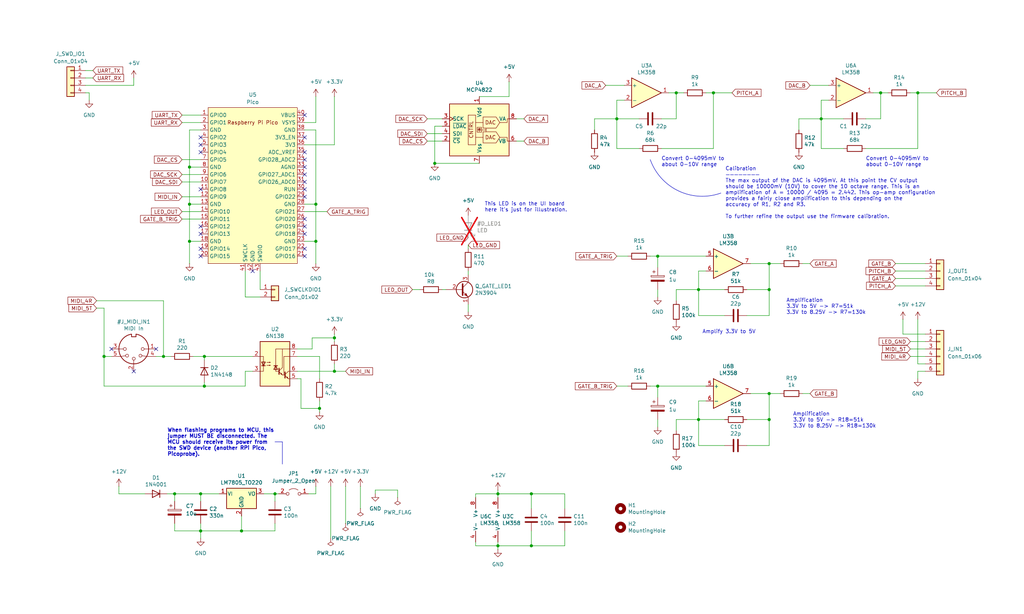
<source format=kicad_sch>
(kicad_sch (version 20231120) (generator "eeschema") (generator_version "8.0")
  (paper "User" 350 210)
  (junction (at 224.79 132.08))
  (junction (at 313.69 31.75))
  (junction (at 64.77 57.15))
  (junction (at 170.18 168.91))
  (junction (at 262.89 90.17))
  (junction (at 238.76 143.51))
  (junction (at 93.98 168.91))
  (junction (at 231.14 31.75))
  (junction (at 238.76 99.06))
  (junction (at 262.89 134.62))
  (junction (at 243.84 31.75))
  (junction (at 300.99 31.75))
  (junction (at 64.77 69.85))
  (junction (at 68.58 168.91))
  (junction (at 181.61 186.69))
  (junction (at 107.95 69.85))
  (junction (at 148.59 55.88))
  (junction (at 210.82 40.64))
  (junction (at 262.89 99.06))
  (junction (at 109.22 139.7))
  (junction (at 280.67 40.64))
  (junction (at 82.55 181.61))
  (junction (at 69.85 132.08))
  (junction (at 35.56 121.92))
  (junction (at 68.58 181.61))
  (junction (at 107.95 82.55))
  (junction (at 262.89 143.51))
  (junction (at 59.69 168.91))
  (junction (at 114.3 115.57))
  (junction (at 69.85 121.92))
  (junction (at 170.18 186.69))
  (junction (at 181.61 168.91))
  (junction (at 224.79 87.63))
  (junction (at 64.77 82.55))
  (junction (at 55.88 121.92))
  (junction (at 114.3 127))
  (no_connect (at 104.14 54.61))
  (no_connect (at 68.58 85.09))
  (no_connect (at 68.58 46.99))
  (no_connect (at 68.58 87.63))
  (no_connect (at 38.1 119.38))
  (no_connect (at 104.14 80.01))
  (no_connect (at 104.14 52.07))
  (no_connect (at 104.14 64.77))
  (no_connect (at 68.58 64.77))
  (no_connect (at 104.14 39.37))
  (no_connect (at 86.36 92.71))
  (no_connect (at 104.14 77.47))
  (no_connect (at 104.14 59.69))
  (no_connect (at 104.14 46.99))
  (no_connect (at 104.14 87.63))
  (no_connect (at 104.14 62.23))
  (no_connect (at 104.14 85.09))
  (no_connect (at 104.14 57.15))
  (no_connect (at 104.14 67.31))
  (no_connect (at 104.14 74.93))
  (no_connect (at 45.72 127))
  (no_connect (at 53.34 119.38))
  (no_connect (at 68.58 80.01))
  (no_connect (at 68.58 52.07))
  (no_connect (at 68.58 49.53))
  (no_connect (at 68.58 77.47))
  (wire (pts (xy 30.48 34.29) (xy 30.48 31.75)))
  (wire (pts (xy 107.95 44.45) (xy 104.14 44.45)))
  (wire (pts (xy 313.69 50.8) (xy 313.69 31.75)))
  (wire (pts (xy 68.58 181.61) (xy 82.55 181.61)))
  (wire (pts (xy 224.79 143.51) (xy 224.79 146.05)))
  (wire (pts (xy 88.9 101.6) (xy 83.82 101.6)))
  (wire (pts (xy 53.34 121.92) (xy 55.88 121.92)))
  (wire (pts (xy 313.69 127) (xy 313.69 129.54)))
  (wire (pts (xy 316.23 127) (xy 313.69 127)))
  (wire (pts (xy 59.69 171.45) (xy 59.69 168.91)))
  (wire (pts (xy 224.79 87.63) (xy 241.3 87.63)))
  (wire (pts (xy 148.59 43.18) (xy 148.59 55.88)))
  (wire (pts (xy 243.84 31.75) (xy 250.19 31.75)))
  (wire (pts (xy 262.89 99.06) (xy 262.89 90.17)))
  (wire (pts (xy 276.86 29.21) (xy 283.21 29.21)))
  (wire (pts (xy 146.05 48.26) (xy 151.13 48.26)))
  (wire (pts (xy 29.21 26.67) (xy 31.75 26.67)))
  (wire (pts (xy 238.76 152.4) (xy 238.76 143.51)))
  (wire (pts (xy 243.84 50.8) (xy 243.84 31.75)))
  (wire (pts (xy 104.14 69.85) (xy 107.95 69.85)))
  (wire (pts (xy 62.23 39.37) (xy 68.58 39.37)))
  (wire (pts (xy 280.67 40.64) (xy 273.05 40.64)))
  (wire (pts (xy 128.27 167.64) (xy 135.89 167.64)))
  (wire (pts (xy 55.88 121.92) (xy 58.42 121.92)))
  (wire (pts (xy 146.05 40.64) (xy 151.13 40.64)))
  (wire (pts (xy 62.23 74.93) (xy 68.58 74.93)))
  (wire (pts (xy 298.45 31.75) (xy 300.99 31.75)))
  (wire (pts (xy 107.95 33.02) (xy 107.95 41.91)))
  (wire (pts (xy 59.69 179.07) (xy 59.69 181.61)))
  (wire (pts (xy 193.04 173.99) (xy 193.04 168.91)))
  (wire (pts (xy 262.89 90.17) (xy 266.7 90.17)))
  (polyline (pts (xy 96.52 151.13) (xy 96.52 158.75)))
  (wire (pts (xy 106.68 115.57) (xy 114.3 115.57)))
  (wire (pts (xy 106.68 119.38) (xy 106.68 115.57)))
  (wire (pts (xy 160.02 92.71) (xy 160.02 93.98)))
  (wire (pts (xy 93.98 181.61) (xy 93.98 179.07)))
  (wire (pts (xy 262.89 143.51) (xy 262.89 134.62)))
  (wire (pts (xy 262.89 107.95) (xy 262.89 99.06)))
  (wire (pts (xy 238.76 143.51) (xy 231.14 143.51)))
  (wire (pts (xy 306.07 92.71) (xy 316.23 92.71)))
  (wire (pts (xy 313.69 124.46) (xy 316.23 124.46)))
  (wire (pts (xy 68.58 168.91) (xy 74.93 168.91)))
  (wire (pts (xy 107.95 166.37) (xy 107.95 168.91)))
  (wire (pts (xy 33.02 102.87) (xy 55.88 102.87)))
  (wire (pts (xy 82.55 181.61) (xy 93.98 181.61)))
  (wire (pts (xy 306.07 95.25) (xy 316.23 95.25)))
  (wire (pts (xy 213.36 34.29) (xy 210.82 34.29)))
  (wire (pts (xy 238.76 107.95) (xy 238.76 99.06)))
  (wire (pts (xy 247.65 143.51) (xy 238.76 143.51)))
  (wire (pts (xy 109.22 140.97) (xy 109.22 139.7)))
  (wire (pts (xy 193.04 186.69) (xy 181.61 186.69)))
  (wire (pts (xy 238.76 99.06) (xy 231.14 99.06)))
  (wire (pts (xy 241.3 92.71) (xy 238.76 92.71)))
  (wire (pts (xy 224.79 132.08) (xy 224.79 135.89)))
  (wire (pts (xy 55.88 102.87) (xy 55.88 121.92)))
  (wire (pts (xy 313.69 109.22) (xy 313.69 124.46)))
  (wire (pts (xy 162.56 168.91) (xy 170.18 168.91)))
  (wire (pts (xy 226.06 40.64) (xy 231.14 40.64)))
  (wire (pts (xy 68.58 57.15) (xy 64.77 57.15)))
  (wire (pts (xy 68.58 69.85) (xy 64.77 69.85)))
  (wire (pts (xy 135.89 167.64) (xy 135.89 170.18)))
  (wire (pts (xy 151.13 99.06) (xy 152.4 99.06)))
  (wire (pts (xy 276.86 90.17) (xy 274.32 90.17)))
  (wire (pts (xy 59.69 168.91) (xy 68.58 168.91)))
  (wire (pts (xy 241.3 137.16) (xy 238.76 137.16)))
  (wire (pts (xy 210.82 40.64) (xy 210.82 50.8)))
  (wire (pts (xy 238.76 137.16) (xy 238.76 143.51)))
  (wire (pts (xy 35.56 105.41) (xy 35.56 121.92)))
  (wire (pts (xy 107.95 90.17) (xy 107.95 82.55)))
  (wire (pts (xy 295.91 50.8) (xy 313.69 50.8)))
  (wire (pts (xy 255.27 99.06) (xy 262.89 99.06)))
  (wire (pts (xy 64.77 69.85) (xy 64.77 57.15)))
  (wire (pts (xy 101.6 119.38) (xy 106.68 119.38)))
  (wire (pts (xy 173.99 27.94) (xy 173.99 33.02)))
  (wire (pts (xy 93.98 168.91) (xy 93.98 171.45)))
  (wire (pts (xy 83.82 101.6) (xy 83.82 92.71)))
  (wire (pts (xy 231.14 99.06) (xy 231.14 102.87)))
  (wire (pts (xy 102.87 129.54) (xy 102.87 139.7)))
  (wire (pts (xy 114.3 127) (xy 114.3 124.46)))
  (wire (pts (xy 101.6 127) (xy 114.3 127)))
  (wire (pts (xy 238.76 92.71) (xy 238.76 99.06)))
  (wire (pts (xy 118.11 127) (xy 114.3 127)))
  (wire (pts (xy 64.77 57.15) (xy 64.77 44.45)))
  (wire (pts (xy 224.79 87.63) (xy 224.79 91.44)))
  (wire (pts (xy 231.14 31.75) (xy 233.68 31.75)))
  (wire (pts (xy 224.79 99.06) (xy 224.79 101.6)))
  (wire (pts (xy 62.23 67.31) (xy 68.58 67.31)))
  (wire (pts (xy 57.15 168.91) (xy 59.69 168.91)))
  (wire (pts (xy 210.82 50.8) (xy 218.44 50.8)))
  (wire (pts (xy 66.04 121.92) (xy 69.85 121.92)))
  (wire (pts (xy 83.82 132.08) (xy 83.82 127)))
  (wire (pts (xy 170.18 168.91) (xy 181.61 168.91)))
  (wire (pts (xy 101.6 129.54) (xy 102.87 129.54)))
  (wire (pts (xy 203.2 40.64) (xy 203.2 44.45)))
  (wire (pts (xy 64.77 82.55) (xy 64.77 69.85)))
  (wire (pts (xy 256.54 90.17) (xy 262.89 90.17)))
  (wire (pts (xy 170.18 167.64) (xy 170.18 168.91)))
  (wire (pts (xy 151.13 43.18) (xy 148.59 43.18)))
  (wire (pts (xy 162.56 170.18) (xy 162.56 168.91)))
  (wire (pts (xy 193.04 181.61) (xy 193.04 186.69)))
  (wire (pts (xy 262.89 134.62) (xy 266.7 134.62)))
  (wire (pts (xy 170.18 168.91) (xy 170.18 170.18)))
  (wire (pts (xy 29.21 24.13) (xy 31.75 24.13)))
  (wire (pts (xy 102.87 139.7) (xy 109.22 139.7)))
  (wire (pts (xy 300.99 31.75) (xy 303.53 31.75)))
  (wire (pts (xy 173.99 33.02) (xy 163.83 33.02)))
  (wire (pts (xy 280.67 40.64) (xy 280.67 50.8)))
  (wire (pts (xy 162.56 185.42) (xy 162.56 186.69)))
  (wire (pts (xy 311.15 119.38) (xy 316.23 119.38)))
  (wire (pts (xy 68.58 82.55) (xy 64.77 82.55)))
  (wire (pts (xy 104.14 41.91) (xy 107.95 41.91)))
  (wire (pts (xy 83.82 127) (xy 86.36 127)))
  (wire (pts (xy 308.61 109.22) (xy 308.61 114.3)))
  (wire (pts (xy 306.07 90.17) (xy 316.23 90.17)))
  (wire (pts (xy 114.3 115.57) (xy 114.3 116.84)))
  (wire (pts (xy 64.77 44.45) (xy 68.58 44.45)))
  (wire (pts (xy 140.97 99.06) (xy 143.51 99.06)))
  (wire (pts (xy 45.72 26.67) (xy 45.72 29.21)))
  (wire (pts (xy 35.56 132.08) (xy 69.85 132.08)))
  (wire (pts (xy 181.61 168.91) (xy 181.61 173.99)))
  (wire (pts (xy 207.01 29.21) (xy 213.36 29.21)))
  (wire (pts (xy 300.99 40.64) (xy 300.99 31.75)))
  (wire (pts (xy 30.48 31.75) (xy 29.21 31.75)))
  (wire (pts (xy 210.82 87.63) (xy 214.63 87.63)))
  (wire (pts (xy 280.67 34.29) (xy 280.67 40.64)))
  (wire (pts (xy 222.25 87.63) (xy 224.79 87.63)))
  (wire (pts (xy 107.95 82.55) (xy 107.95 69.85)))
  (wire (pts (xy 35.56 105.41) (xy 33.02 105.41)))
  (wire (pts (xy 181.61 181.61) (xy 181.61 186.69)))
  (wire (pts (xy 68.58 184.15) (xy 68.58 181.61)))
  (wire (pts (xy 35.56 121.92) (xy 35.56 132.08)))
  (wire (pts (xy 231.14 143.51) (xy 231.14 147.32)))
  (wire (pts (xy 222.25 132.08) (xy 224.79 132.08)))
  (wire (pts (xy 113.03 166.37) (xy 113.03 184.15)))
  (wire (pts (xy 276.86 134.62) (xy 274.32 134.62)))
  (wire (pts (xy 69.85 132.08) (xy 69.85 130.81)))
  (wire (pts (xy 273.05 40.64) (xy 273.05 44.45)))
  (wire (pts (xy 256.54 134.62) (xy 262.89 134.62)))
  (wire (pts (xy 179.07 40.64) (xy 176.53 40.64)))
  (wire (pts (xy 226.06 50.8) (xy 243.84 50.8)))
  (wire (pts (xy 90.17 168.91) (xy 93.98 168.91)))
  (wire (pts (xy 148.59 55.88) (xy 163.83 55.88)))
  (wire (pts (xy 313.69 31.75) (xy 320.04 31.75)))
  (wire (pts (xy 283.21 34.29) (xy 280.67 34.29)))
  (wire (pts (xy 64.77 90.17) (xy 64.77 82.55)))
  (wire (pts (xy 68.58 171.45) (xy 68.58 168.91)))
  (wire (pts (xy 109.22 129.54) (xy 109.22 121.92)))
  (wire (pts (xy 69.85 121.92) (xy 86.36 121.92)))
  (wire (pts (xy 40.64 166.37) (xy 40.64 168.91)))
  (wire (pts (xy 247.65 107.95) (xy 238.76 107.95)))
  (wire (pts (xy 255.27 107.95) (xy 262.89 107.95)))
  (wire (pts (xy 231.14 40.64) (xy 231.14 31.75)))
  (wire (pts (xy 308.61 114.3) (xy 316.23 114.3)))
  (wire (pts (xy 146.05 45.72) (xy 151.13 45.72)))
  (wire (pts (xy 262.89 152.4) (xy 262.89 143.51)))
  (wire (pts (xy 228.6 31.75) (xy 231.14 31.75)))
  (wire (pts (xy 193.04 168.91) (xy 181.61 168.91)))
  (wire (pts (xy 104.14 82.55) (xy 107.95 82.55)))
  (wire (pts (xy 118.11 179.07) (xy 118.11 166.37)))
  (wire (pts (xy 179.07 48.26) (xy 176.53 48.26)))
  (wire (pts (xy 288.29 40.64) (xy 280.67 40.64)))
  (wire (pts (xy 114.3 33.02) (xy 114.3 49.53)))
  (wire (pts (xy 210.82 40.64) (xy 203.2 40.64)))
  (wire (pts (xy 104.14 49.53) (xy 114.3 49.53)))
  (wire (pts (xy 69.85 132.08) (xy 83.82 132.08)))
  (wire (pts (xy 68.58 181.61) (xy 68.58 179.07)))
  (wire (pts (xy 160.02 106.68) (xy 160.02 104.14)))
  (wire (pts (xy 170.18 186.69) (xy 170.18 187.96)))
  (wire (pts (xy 69.85 121.92) (xy 69.85 123.19)))
  (wire (pts (xy 218.44 40.64) (xy 210.82 40.64)))
  (wire (pts (xy 88.9 99.06) (xy 88.9 92.71)))
  (wire (pts (xy 40.64 168.91) (xy 49.53 168.91)))
  (wire (pts (xy 255.27 143.51) (xy 262.89 143.51)))
  (wire (pts (xy 280.67 50.8) (xy 288.29 50.8)))
  (wire (pts (xy 210.82 34.29) (xy 210.82 40.64)))
  (wire (pts (xy 114.3 114.3) (xy 114.3 115.57)))
  (wire (pts (xy 181.61 186.69) (xy 170.18 186.69)))
  (wire (pts (xy 241.3 31.75) (xy 243.84 31.75)))
  (wire (pts (xy 62.23 62.23) (xy 68.58 62.23)))
  (wire (pts (xy 162.56 186.69) (xy 170.18 186.69)))
  (wire (pts (xy 59.69 181.61) (xy 68.58 181.61)))
  (polyline (pts (xy 93.98 151.13) (xy 96.52 151.13)))
  (wire (pts (xy 247.65 152.4) (xy 238.76 152.4)))
  (wire (pts (xy 295.91 40.64) (xy 300.99 40.64)))
  (wire (pts (xy 105.41 168.91) (xy 107.95 168.91)))
  (wire (pts (xy 247.65 99.06) (xy 238.76 99.06)))
  (wire (pts (xy 62.23 41.91) (xy 68.58 41.91)))
  (wire (pts (xy 224.79 132.08) (xy 241.3 132.08)))
  (wire (pts (xy 109.22 121.92) (xy 101.6 121.92)))
  (wire (pts (xy 128.27 167.64) (xy 128.27 168.91)))
  (wire (pts (xy 107.95 69.85) (xy 107.95 44.45)))
  (wire (pts (xy 210.82 132.08) (xy 214.63 132.08)))
  (wire (pts (xy 35.56 121.92) (xy 38.1 121.92)))
  (wire (pts (xy 170.18 185.42) (xy 170.18 186.69)))
  (wire (pts (xy 255.27 152.4) (xy 262.89 152.4)))
  (wire (pts (xy 68.58 59.69) (xy 62.23 59.69)))
  (wire (pts (xy 62.23 72.39) (xy 68.58 72.39)))
  (wire (pts (xy 311.15 116.84) (xy 316.23 116.84)))
  (wire (pts (xy 109.22 139.7) (xy 109.22 137.16)))
  (wire (pts (xy 62.23 54.61) (xy 68.58 54.61)))
  (wire (pts (xy 306.07 97.79) (xy 316.23 97.79)))
  (wire (pts (xy 123.19 166.37) (xy 123.19 173.99)))
  (wire (pts (xy 311.15 31.75) (xy 313.69 31.75)))
  (wire (pts (xy 311.15 121.92) (xy 316.23 121.92)))
  (wire (pts (xy 104.14 72.39) (xy 111.76 72.39)))
  (wire (pts (xy 29.21 29.21) (xy 45.72 29.21)))
  (wire (pts (xy 160.02 83.82) (xy 160.02 85.09)))
  (wire (pts (xy 82.55 176.53) (xy 82.55 181.61)))
  (wire (pts (xy 95.25 168.91) (xy 93.98 168.91)))
  (arc (start 246.38 66.04) (mid 231.9478 65.3225) (end 222.25 54.61))
  (text "This LED is on the UI board\nhere it's just for illustration." (at 165.608 72.644 0) (effects (font (size 1.27 1.27)) (justify left bottom)))
  (text "When flashing programs to MCU, this \njumper MUST BE disconnected. The \nMCU should receive its power from \nthe SWD device (another RPi Pico, \nPicoprobe)." (at 57.15 156.21 0) (effects (font (size 1.27 1.27) (thickness 0.254) (bold yes)) (justify left bottom)))
  (text "Convert 0-4095mV to \nabout 0-10V range" (at 295.91 57.15 0) (effects (font (size 1.27 1.27)) (justify left bottom)))
  (text "Amplification\n3.3V to 5V -> R7=51k\n3.3V to 8.25V -> R7=130k" (at 268.732 107.696 0) (effects (font (size 1.27 1.27)) (justify left bottom)))
  (text "Amplify 3.3V to 5V" (at 240.03 114.3 0) (effects (font (size 1.27 1.27)) (justify left bottom)))
  (text "Convert 0-4095mV to \nabout 0-10V range" (at 226.06 57.15 0) (effects (font (size 1.27 1.27)) (justify left bottom)))
  (text "Calibration\n————————\nThe max output of the DAC is 4095mV. At this point the CV output \nshould be 10000mV (10V) to cover the 10 octave range. This is an \namplification of A = 10000 / 4095 = 2.442. This op-amp configuration \nprovides a fairly close amplification to this depending on the \naccuracy of R1, R2 and R3.\n\nTo further refine the output use the firmware calibration." (at 247.904 74.93 0) (effects (font (size 1.27 1.27)) (justify left bottom)))
  (text "Amplification\n3.3V to 5V -> R18=51k\n3.3V to 8.25V -> R18=130k" (at 271.018 146.558 0) (effects (font (size 1.27 1.27)) (justify left bottom)))
  (global_label "PITCH_B" (shape input) (at 306.07 92.71 180) (property "Intersheetrefs" "${INTERSHEET_REFS}" (effects (hide yes))))
  (global_label "DAC_SCK" (shape input) (at 62.23 59.69 180) (property "Intersheetrefs" "${INTERSHEET_REFS}" (effects (hide yes))))
  (global_label "GATE_B_TRIG" (shape input) (at 62.23 74.93 180) (property "Intersheetrefs" "${INTERSHEET_REFS}" (effects (hide yes))))
  (global_label "DAC_CS" (shape input) (at 62.23 54.61 180) (property "Intersheetrefs" "${INTERSHEET_REFS}" (effects (hide yes))))
  (global_label "GATE_B" (shape input) (at 306.07 90.17 180) (property "Intersheetrefs" "${INTERSHEET_REFS}" (effects (hide yes))))
  (global_label "MIDI_IN" (shape input) (at 118.11 127 0) (property "Intersheetrefs" "${INTERSHEET_REFS}" (effects (hide yes))))
  (global_label "DAC_B" (shape input) (at 179.07 48.26 0) (property "Intersheetrefs" "${INTERSHEET_REFS}" (effects (hide yes))))
  (global_label "GATE_A_TRIG" (shape input) (at 111.76 72.39 0) (property "Intersheetrefs" "${INTERSHEET_REFS}" (effects (hide yes))))
  (global_label "UART_RX" (shape input) (at 31.75 26.67 0) (property "Intersheetrefs" "${INTERSHEET_REFS}" (effects (hide yes))))
  (global_label "UART_RX" (shape input) (at 62.23 41.91 180) (property "Intersheetrefs" "${INTERSHEET_REFS}" (effects (hide yes))))
  (global_label "DAC_B" (shape input) (at 276.86 29.21 180) (property "Intersheetrefs" "${INTERSHEET_REFS}" (effects (hide yes))))
  (global_label "MIDI_IN" (shape input) (at 62.23 67.31 180) (property "Intersheetrefs" "${INTERSHEET_REFS}" (effects (hide yes))))
  (global_label "DAC_SCK" (shape input) (at 146.05 40.64 180) (property "Intersheetrefs" "${INTERSHEET_REFS}" (effects (hide yes))))
  (global_label "GATE_A" (shape input) (at 276.86 90.17 0) (property "Intersheetrefs" "${INTERSHEET_REFS}" (effects (hide yes))))
  (global_label "DAC_A" (shape input) (at 179.07 40.64 0) (property "Intersheetrefs" "${INTERSHEET_REFS}" (effects (hide yes))))
  (global_label "LED_OUT" (shape input) (at 62.23 72.39 180) (property "Intersheetrefs" "${INTERSHEET_REFS}" (effects (hide yes))))
  (global_label "MIDI_5T" (shape input) (at 33.02 105.41 180) (property "Intersheetrefs" "${INTERSHEET_REFS}" (effects (hide yes))))
  (global_label "GATE_B" (shape input) (at 276.86 134.62 0) (property "Intersheetrefs" "${INTERSHEET_REFS}" (effects (hide yes))))
  (global_label "UART_TX" (shape input) (at 62.23 39.37 180) (property "Intersheetrefs" "${INTERSHEET_REFS}" (effects (hide yes))))
  (global_label "LED_GND" (shape input) (at 160.02 81.28 180) (property "Intersheetrefs" "${INTERSHEET_REFS}" (effects (hide yes))))
  (global_label "DAC_A" (shape input) (at 207.01 29.21 180) (property "Intersheetrefs" "${INTERSHEET_REFS}" (effects (hide yes))))
  (global_label "UART_TX" (shape input) (at 31.75 24.13 0) (property "Intersheetrefs" "${INTERSHEET_REFS}" (effects (hide yes))))
  (global_label "PITCH_B" (shape input) (at 320.04 31.75 0) (property "Intersheetrefs" "${INTERSHEET_REFS}" (effects (hide yes))))
  (global_label "LED_GND" (shape input) (at 160.02 83.82 0) (property "Intersheetrefs" "${INTERSHEET_REFS}" (effects (hide yes))))
  (global_label "DAC_CS" (shape input) (at 146.05 48.26 180) (property "Intersheetrefs" "${INTERSHEET_REFS}" (effects (hide yes))))
  (global_label "LED_OUT" (shape input) (at 140.97 99.06 180) (property "Intersheetrefs" "${INTERSHEET_REFS}" (effects (hide yes))))
  (global_label "MIDI_4R" (shape input) (at 33.02 102.87 180) (property "Intersheetrefs" "${INTERSHEET_REFS}" (effects (hide yes))))
  (global_label "GATE_B_TRIG" (shape input) (at 210.82 132.08 180) (property "Intersheetrefs" "${INTERSHEET_REFS}" (effects (hide yes))))
  (global_label "PITCH_A" (shape input) (at 306.07 97.79 180) (property "Intersheetrefs" "${INTERSHEET_REFS}" (effects (hide yes))))
  (global_label "GATE_A_TRIG" (shape input) (at 210.82 87.63 180) (property "Intersheetrefs" "${INTERSHEET_REFS}" (effects (hide yes))))
  (global_label "MIDI_5T" (shape input) (at 311.15 119.38 180) (property "Intersheetrefs" "${INTERSHEET_REFS}" (effects (hide yes))))
  (global_label "GATE_A" (shape input) (at 306.07 95.25 180) (property "Intersheetrefs" "${INTERSHEET_REFS}" (effects (hide yes))))
  (global_label "DAC_SDI" (shape input) (at 146.05 45.72 180) (property "Intersheetrefs" "${INTERSHEET_REFS}" (effects (hide yes))))
  (global_label "PITCH_A" (shape input) (at 250.19 31.75 0) (property "Intersheetrefs" "${INTERSHEET_REFS}" (effects (hide yes))))
  (global_label "DAC_SDI" (shape input) (at 62.23 62.23 180) (property "Intersheetrefs" "${INTERSHEET_REFS}" (effects (hide yes))))
  (global_label "MIDI_4R" (shape input) (at 311.15 121.92 180) (property "Intersheetrefs" "${INTERSHEET_REFS}" (effects (hide yes))))
  (global_label "LED_GND" (shape input) (at 311.15 116.84 180) (property "Intersheetrefs" "${INTERSHEET_REFS}" (effects (hide yes))))
  (symbol (lib_id "Mechanical:MountingHole") (at 212.09 180.34 0) (unit 1)
    (property "Reference" "H2" (at 214.63 179.1716 0) (effects (justify left)))
    (property "Value" "MountingHole" (at 214.63 181.483 0) (effects (justify left)))
    (property "Footprint" "MountingHole:MountingHole_3mm_Pad" (effects (hide yes)))
  )
  (symbol (lib_id "Device:C") (at 68.58 175.26 0) (unit 1)
    (property "Reference" "C2" (at 71.501 174.0916 0) (effects (justify left)))
    (property "Value" "330n" (at 71.501 176.403 0) (effects (justify left)))
    (property "Footprint" "Capacitor_THT:C_Disc_D3.0mm_W2.0mm_P2.50mm" (effects (hide yes)))
    (property "Part No." "810-FA14X7R1H334KNU6 " (effects (hide yes)))
    (property "Part URL" "https://mou.sr/4gDlMo9" (effects (hide yes)))
    (property "Vendor" "Mouser" (effects (hide yes)))
  )
  (symbol (lib_id "power:+12V") (at 313.69 109.22 0) (unit 1)
    (property "Reference" "#PWR019" (effects (hide yes)))
    (property "Value" "+12V" (at 313.69 104.14 0))
    (property "Description" "Power symbol creates a global label with name \"+12V\"" (effects (hide yes)))
  )
  (symbol (lib_id "Device:R") (at 114.3 120.65 0) (unit 1)
    (property "Reference" "R3" (at 116.078 119.4816 0) (effects (justify left)))
    (property "Value" "220" (at 116.078 121.793 0) (effects (justify left)))
    (property "Footprint" "Shmoergh_Custom_Footprints:R_Axial_DIN0207_L6.3mm_D2.5mm_P7.62mm_Horizontal" (effects (hide yes)))
    (property "Part No." "603-MFR-25FTF52-220R" (effects (hide yes)))
    (property "Part URL" "https://mou.sr/41wmEVF" (effects (hide yes)))
    (property "Vendor" "Mouser" (effects (hide yes)))
  )
  (symbol (lib_name "GND_2") (lib_id "power:GND") (at 68.58 184.15 0) (unit 1)
    (property "Reference" "#PWR04" (effects (hide yes)))
    (property "Value" "GND" (at 68.58 189.23 0))
    (property "Description" "Power symbol creates a global label with name \"GND\" , ground" (effects (hide yes)))
  )
  (symbol (lib_id "Device:R") (at 231.14 151.13 0) (unit 1)
    (property "Reference" "R17" (at 232.918 149.9616 0) (effects (justify left)))
    (property "Value" "100k" (at 232.918 152.273 0) (effects (justify left)))
    (property "Footprint" "Shmoergh_Custom_Footprints:R_Axial_DIN0207_L6.3mm_D2.5mm_P7.62mm_Horizontal" (effects (hide yes)))
    (property "Part No." "603-MFR-25FRF52100K" (effects (hide yes)))
    (property "Part URL" "https://mou.sr/4hEwI4G" (effects (hide yes)))
    (property "Vendor" "Mouser" (effects (hide yes)))
  )
  (symbol (lib_id "MCU_RaspberryPi_and_Boards:Pico") (at 86.36 63.5 0) (unit 1)
    (property "Reference" "U5" (at 86.36 32.385 0))
    (property "Value" "Pico" (at 86.36 34.925 0))
    (property "Footprint" "MCU_RaspberryPi_and_Boards:RPi_Pico_SMD_TH" (effects (hide yes)))
    (property "Part No." "358-SC0915 " (effects (hide yes)))
    (property "Part URL" "https://mou.sr/49BoTdS" (effects (hide yes)))
    (property "Vendor" "Mouser" (effects (hide yes)))
  )
  (symbol (lib_id "Device:LED") (at 160.02 77.47 90) (unit 1) (dnp yes)
    (property "Reference" "#D_LED1" (at 163.0172 76.4794 90) (effects (justify right)))
    (property "Value" "LED" (at 163.0172 78.7908 90) (effects (justify right)))
    (property "Footprint" "Shmoergh_Custom_Footprints:NSL25_01x02_Vertical" (effects (hide yes)))
  )
  (symbol (lib_id "Device:R") (at 203.2 48.26 0) (unit 1)
    (property "Reference" "R4" (at 204.978 47.0916 0) (effects (justify left)))
    (property "Value" "47k" (at 204.978 49.403 0) (effects (justify left)))
    (property "Footprint" "Shmoergh_Custom_Footprints:R_Axial_DIN0207_L6.3mm_D2.5mm_P7.62mm_Horizontal" (effects (hide yes)))
    (property "Part No." "603-MFR-25FBF52-47K" (effects (hide yes)))
    (property "Part URL" "https://mou.sr/3XWs8rz" (effects (hide yes)))
    (property "Vendor" "Mouser" (effects (hide yes)))
  )
  (symbol (lib_name "GND_2") (lib_id "power:GND") (at 64.77 90.17 0) (unit 1)
    (property "Reference" "#PWR03" (effects (hide yes)))
    (property "Value" "GND" (at 64.77 95.25 0))
    (property "Description" "Power symbol creates a global label with name \"GND\" , ground" (effects (hide yes)))
  )
  (symbol (lib_name "GND_2") (lib_id "power:GND") (at 203.2 52.07 0) (unit 1)
    (property "Reference" "#PWR020" (effects (hide yes)))
    (property "Value" "GND" (at 203.2 57.15 0))
    (property "Description" "Power symbol creates a global label with name \"GND\" , ground" (effects (hide yes)))
  )
  (symbol (lib_name "GND_2") (lib_id "power:GND") (at 109.22 140.97 0) (unit 1)
    (property "Reference" "#PWR010" (effects (hide yes)))
    (property "Value" "GND" (at 109.22 146.05 0))
    (property "Description" "Power symbol creates a global label with name \"GND\" , ground" (effects (hide yes)))
  )
  (symbol (lib_id "Device:R") (at 292.1 50.8 270) (unit 1)
    (property "Reference" "R13" (at 292.1 45.5422 90))
    (property "Value" "68k" (at 292.1 47.8536 90))
    (property "Footprint" "Shmoergh_Custom_Footprints:R_Axial_DIN0207_L6.3mm_D2.5mm_P7.62mm_Horizontal" (effects (hide yes)))
    (property "Part No." "603-MFR-25FBF52-68K" (effects (hide yes)))
    (property "Part URL" "https://mou.sr/4gyTECt" (effects (hide yes)))
    (property "Vendor" "Mouser" (effects (hide yes)))
  )
  (symbol (lib_id "Amplifier_Operational:LM358") (at 248.92 90.17 0) (unit 2)
    (property "Reference" "U3" (at 248.92 80.8482 0))
    (property "Value" "LM358" (at 248.92 83.1596 0))
    (property "Footprint" "Package_DIP:DIP-8_W7.62mm_LongPads" (effects (hide yes)))
    (property "Datasheet" "http://www.ti.com/lit/ds/symlink/lm2904-n.pdf" (effects (hide yes)))
    (property "Part No." "595-LM358P " (effects (hide yes)))
    (property "Part URL" "https://mou.sr/4izjQPc" (effects (hide yes)))
    (property "Vendor" "Mouser" (effects (hide yes)))
  )
  (symbol (lib_name "GND_2") (lib_id "power:GND") (at 160.02 106.68 0) (unit 1)
    (property "Reference" "#PWR018" (effects (hide yes)))
    (property "Value" "GND" (at 160.02 111.76 0))
    (property "Description" "Power symbol creates a global label with name \"GND\" , ground" (effects (hide yes)))
  )
  (symbol (lib_id "Connector_Generic:Conn_01x04") (at 321.31 92.71 0) (unit 1)
    (property "Reference" "J_OUT1" (at 323.85 92.7099 0) (effects (justify left)))
    (property "Value" "Conn_01x04" (at 323.85 95.2499 0) (effects (justify left)))
    (property "Footprint" "Connector_PinHeader_2.54mm:PinHeader_1x04_P2.54mm_Vertical" (effects (hide yes)))
    (property "Description" "Generic connector, single row, 01x04, script generated (kicad-library-utils/schlib/autogen/connector/)" (effects (hide yes)))
    (property "Part No." "737-RS1-04-G " (effects (hide yes)))
    (property "Part URL" "https://mou.sr/4gDjs0p" (effects (hide yes)))
    (property "Vendor" "Mouser" (effects (hide yes)))
  )
  (symbol (lib_name "+3.3V_1") (lib_id "power:+3.3V") (at 114.3 114.3 0) (unit 1)
    (property "Reference" "#PWR012" (effects (hide yes)))
    (property "Value" "+3.3V" (at 114.3 109.22 0))
    (property "Description" "Power symbol creates a global label with name \"+3.3V\"" (effects (hide yes)))
  )
  (symbol (lib_id "Device:C") (at 292.1 40.64 270) (unit 1)
    (property "Reference" "C1" (at 288.29 43.18 90))
    (property "Value" "22p" (at 295.91 43.18 90))
    (property "Footprint" "Capacitor_THT:C_Disc_D3.0mm_W2.0mm_P2.50mm" (effects (hide yes)))
    (property "Part No." "594-K220J15C0GF53L2 " (effects (hide yes)))
    (property "Part URL" "https://mou.sr/3ZTXYXB" (effects (hide yes)))
    (property "Vendor" "Mouser" (effects (hide yes)))
  )
  (symbol (lib_name "GND_2") (lib_id "power:GND") (at 231.14 154.94 0) (unit 1)
    (property "Reference" "#PWR026" (effects (hide yes)))
    (property "Value" "GND" (at 231.14 160.02 0))
    (property "Description" "Power symbol creates a global label with name \"GND\" , ground" (effects (hide yes)))
  )
  (symbol (lib_name "+12V_1") (lib_id "power:+12V") (at 170.18 167.64 0) (unit 1)
    (property "Reference" "#PWR014" (effects (hide yes)))
    (property "Value" "+12V" (at 170.18 162.56 0))
    (property "Description" "Power symbol creates a global label with name \"+12V\"" (effects (hide yes)))
  )
  (symbol (lib_id "Device:R") (at 218.44 87.63 270) (unit 1)
    (property "Reference" "R15" (at 218.44 82.3722 90))
    (property "Value" "1k" (at 218.44 84.6836 90))
    (property "Footprint" "Shmoergh_Custom_Footprints:R_Axial_DIN0207_L6.3mm_D2.5mm_P7.62mm_Horizontal" (effects (hide yes)))
    (property "Part No." "603-MFR-25FBF52-1K" (effects (hide yes)))
    (property "Part URL" "https://mou.sr/43MmrAb" (effects (hide yes)))
    (property "Vendor" "Mouser" (effects (hide yes)))
  )
  (symbol (lib_name "+5V_1") (lib_id "power:+5V") (at 308.61 109.22 0) (unit 1)
    (property "Reference" "#PWR030" (effects (hide yes)))
    (property "Value" "+5V" (at 308.61 104.14 0))
    (property "Description" "Power symbol creates a global label with name \"+5V\"" (effects (hide yes)))
  )
  (symbol (lib_id "Device:R") (at 109.22 133.35 0) (unit 1)
    (property "Reference" "R2" (at 110.998 132.1816 0) (effects (justify left)))
    (property "Value" "4.7k" (at 110.998 134.493 0) (effects (justify left)))
    (property "Footprint" "Shmoergh_Custom_Footprints:R_Axial_DIN0207_L6.3mm_D2.5mm_P7.62mm_Horizontal" (effects (hide yes)))
    (property "Part No." "603-MFR-25FBF52-4K7" (effects (hide yes)))
    (property "Part URL" "https://mou.sr/4i8N07f" (effects (hide yes)))
    (property "Vendor" "Mouser" (effects (hide yes)))
  )
  (symbol (lib_name "PWR_FLAG_1") (lib_id "power:PWR_FLAG") (at 113.03 184.15 180) (unit 1)
    (property "Reference" "#FLG01" (effects (hide yes)))
    (property "Value" "PWR_FLAG" (at 113.03 189.23 0))
    (property "Description" "Special symbol for telling ERC where power comes from" (effects (hide yes)))
  )
  (symbol (lib_id "Connector_Generic:Conn_01x06") (at 321.31 119.38 0) (unit 1)
    (property "Reference" "J_IN1" (at 323.85 119.3799 0) (effects (justify left)))
    (property "Value" "Conn_01x06" (at 323.85 121.9199 0) (effects (justify left)))
    (property "Footprint" "Connector_PinHeader_2.54mm:PinHeader_1x06_P2.54mm_Vertical" (effects (hide yes)))
    (property "Description" "Generic connector, single row, 01x06, script generated (kicad-library-utils/schlib/autogen/connector/)" (effects (hide yes)))
    (property "Part No." "737-RS1-06-G " (effects (hide yes)))
    (property "Part URL" "https://mou.sr/3BuZUME" (effects (hide yes)))
    (property "Vendor" "Mouser" (effects (hide yes)))
  )
  (symbol (lib_name "PWR_FLAG_1") (lib_id "power:PWR_FLAG") (at 123.19 173.99 180) (unit 1)
    (property "Reference" "#FLG03" (effects (hide yes)))
    (property "Value" "PWR_FLAG" (at 123.19 179.07 0))
    (property "Description" "Special symbol for telling ERC where power comes from" (effects (hide yes)))
  )
  (symbol (lib_id "Device:C_Polarized") (at 59.69 175.26 0) (unit 1)
    (property "Reference" "C7" (at 63.5 173.101 0) (effects (justify left)))
    (property "Value" "10u" (at 63.5 175.641 0) (effects (justify left)))
    (property "Footprint" "Capacitor_THT:CP_Radial_D6.3mm_P2.50mm" (effects (hide yes)))
    (property "Part No." "80-ESS106M035AC2EA " (effects (hide yes)))
    (property "Part URL" "https://mou.sr/49DyMaU" (effects (hide yes)))
    (property "Vendor" "Mouser" (effects (hide yes)))
  )
  (symbol (lib_name "+3.3V_1") (lib_id "power:+3.3V") (at 123.19 166.37 0) (unit 1)
    (property "Reference" "#PWR028" (effects (hide yes)))
    (property "Value" "+3.3V" (at 123.19 161.29 0))
    (property "Description" "Power symbol creates a global label with name \"+3.3V\"" (effects (hide yes)))
  )
  (symbol (lib_name "+5V_1") (lib_id "power:+5V") (at 160.02 73.66 0) (unit 1)
    (property "Reference" "#PWR016" (effects (hide yes)))
    (property "Value" "+5V" (at 160.02 68.58 0))
    (property "Description" "Power symbol creates a global label with name \"+5V\"" (effects (hide yes)))
  )
  (symbol (lib_id "Device:R") (at 237.49 31.75 270) (unit 1)
    (property "Reference" "R9" (at 237.49 26.4922 90))
    (property "Value" "1k" (at 237.49 28.8036 90))
    (property "Footprint" "Shmoergh_Custom_Footprints:R_Axial_DIN0207_L6.3mm_D2.5mm_P7.62mm_Horizontal" (effects (hide yes)))
    (property "Part No." "603-MFR-25FBF52-1K" (effects (hide yes)))
    (property "Part URL" "https://mou.sr/43MmrAb" (effects (hide yes)))
    (property "Vendor" "Mouser" (effects (hide yes)))
  )
  (symbol (lib_name "GND_2") (lib_id "power:GND") (at 273.05 52.07 0) (unit 1)
    (property "Reference" "#PWR021" (effects (hide yes)))
    (property "Value" "GND" (at 273.05 57.15 0))
    (property "Description" "Power symbol creates a global label with name \"GND\" , ground" (effects (hide yes)))
  )
  (symbol (lib_id "Device:R") (at 222.25 50.8 270) (unit 1)
    (property "Reference" "R6" (at 222.25 45.5422 90))
    (property "Value" "68k" (at 222.25 47.8536 90))
    (property "Footprint" "Shmoergh_Custom_Footprints:R_Axial_DIN0207_L6.3mm_D2.5mm_P7.62mm_Horizontal" (effects (hide yes)))
    (property "Part No." "603-MFR-25FBF52-68K" (effects (hide yes)))
    (property "Part URL" "https://mou.sr/4gyTECt" (effects (hide yes)))
    (property "Vendor" "Mouser" (effects (hide yes)))
  )
  (symbol (lib_id "Transistor_BJT:2N3904") (at 157.48 99.06 0) (unit 1)
    (property "Reference" "Q_GATE_LED1" (at 162.3314 97.8916 0) (effects (justify left)))
    (property "Value" "2N3904" (at 162.3314 100.203 0) (effects (justify left)))
    (property "Footprint" "Package_TO_SOT_THT:TO-92_Inline_Wide" (effects (hide yes)))
    (property "Datasheet" "https://www.onsemi.com/pub/Collateral/2N3903-D.PDF" (effects (hide yes)))
    (property "Part No." "637-2N3904 " (effects (hide yes)))
    (property "Part URL" "https://mou.sr/4febysZ" (effects (hide yes)))
    (property "Vendor" "Mouser" (effects (hide yes)))
  )
  (symbol (lib_id "Device:D") (at 53.34 168.91 180) (unit 1)
    (property "Reference" "D1" (at 53.34 163.3982 0))
    (property "Value" "1N4001" (at 53.34 165.7096 0))
    (property "Footprint" "Diode_THT:D_DO-41_SOD81_P10.16mm_Horizontal" (effects (hide yes)))
    (property "Part No." "637-1N4001 " (effects (hide yes)))
    (property "Part URL" "https://mou.sr/3DfEJyK" (effects (hide yes)))
    (property "Vendor" "Mouser" (effects (hide yes)))
  )
  (symbol (lib_id "Device:C") (at 222.25 40.64 270) (unit 1)
    (property "Reference" "C5" (at 218.44 43.18 90))
    (property "Value" "22p" (at 226.06 43.18 90))
    (property "Footprint" "Capacitor_THT:C_Disc_D3.0mm_W2.0mm_P2.50mm" (effects (hide yes)))
    (property "Part No." "594-K220J15C0GF53L2 " (effects (hide yes)))
    (property "Part URL" "https://mou.sr/3ZTXYXB" (effects (hide yes)))
    (property "Vendor" "Mouser" (effects (hide yes)))
  )
  (symbol (lib_id "Amplifier_Operational:LM358") (at 220.98 31.75 0) (unit 1)
    (property "Reference" "U3" (at 220.98 22.4282 0))
    (property "Value" "LM358" (at 220.98 24.7396 0))
    (property "Footprint" "Package_DIP:DIP-8_W7.62mm_LongPads" (effects (hide yes)))
    (property "Datasheet" "http://www.ti.com/lit/ds/symlink/lm2904-n.pdf" (effects (hide yes)))
    (property "Part No." "595-LM358P " (effects (hide yes)))
    (property "Part URL" "https://mou.sr/4izjQPc" (effects (hide yes)))
    (property "Vendor" "Mouser" (effects (hide yes)))
  )
  (symbol (lib_name "GND_1") (lib_id "power:GND") (at 224.79 101.6 0) (unit 1)
    (property "Reference" "#PWR023" (effects (hide yes)))
    (property "Value" "GND" (at 224.79 106.68 0))
    (property "Description" "Power symbol creates a global label with name \"GND\" , ground" (effects (hide yes)))
  )
  (symbol (lib_id "Device:C_Polarized") (at 224.79 95.25 0) (unit 1)
    (property "Reference" "C8" (at 228.6 93.0909 0) (effects (justify left)))
    (property "Value" "1u" (at 228.6 95.6309 0) (effects (justify left)))
    (property "Footprint" "Capacitor_THT:CP_Radial_D6.3mm_P2.50mm" (effects (hide yes)))
    (property "Part No." "140-SG1R0M1H0407P " (effects (hide yes)))
    (property "Part URL" "https://mou.sr/41BqE8O" (effects (hide yes)))
    (property "Vendor" "Mouser" (effects (hide yes)))
  )
  (symbol (lib_id "Amplifier_Operational:LM358") (at 172.72 177.8 0) (unit 3)
    (property "Reference" "U3" (at 171.6532 176.6316 0) (effects (justify left)))
    (property "Value" "LM358" (at 171.6532 178.943 0) (effects (justify left)))
    (property "Footprint" "Package_DIP:DIP-8_W7.62mm_LongPads" (effects (hide yes)))
    (property "Datasheet" "http://www.ti.com/lit/ds/symlink/lm2904-n.pdf" (effects (hide yes)))
    (property "Part No." "595-LM358P " (effects (hide yes)))
    (property "Part URL" "https://mou.sr/4izjQPc" (effects (hide yes)))
    (property "Vendor" "Mouser" (effects (hide yes)))
  )
  (symbol (lib_id "Mechanical:MountingHole") (at 212.09 173.99 0) (unit 1)
    (property "Reference" "H1" (at 214.63 172.8216 0) (effects (justify left)))
    (property "Value" "MountingHole" (at 214.63 175.133 0) (effects (justify left)))
    (property "Footprint" "MountingHole:MountingHole_3mm_Pad" (effects (hide yes)))
  )
  (symbol (lib_id "Device:R") (at 251.46 99.06 270) (unit 1)
    (property "Reference" "R7" (at 251.46 93.8022 90))
    (property "Value" "51k" (at 251.46 96.1136 90))
    (property "Footprint" "Shmoergh_Custom_Footprints:R_Axial_DIN0207_L6.3mm_D2.5mm_P7.62mm_Horizontal" (effects (hide yes)))
    (property "Part No." "603-MFR-25FBF52-51K" (effects (hide yes)))
    (property "Part URL" "https://mou.sr/43NIOFo" (effects (hide yes)))
    (property "Vendor" "Mouser" (effects (hide yes)))
  )
  (symbol (lib_name "+3.3V_1") (lib_id "power:+3.3V") (at 114.3 33.02 0) (unit 1)
    (property "Reference" "#PWR08" (effects (hide yes)))
    (property "Value" "+3.3V" (at 114.3 27.94 0))
    (property "Description" "Power symbol creates a global label with name \"+3.3V\"" (effects (hide yes)))
  )
  (symbol (lib_id "Device:C") (at 193.04 177.8 0) (unit 1)
    (property "Reference" "C11" (at 195.961 176.6316 0) (effects (justify left)))
    (property "Value" "100n" (at 195.961 178.943 0) (effects (justify left)))
    (property "Footprint" "Capacitor_THT:C_Disc_D3.0mm_W2.0mm_P2.50mm" (effects (hide yes)))
    (property "Part No." "594-K103K15X7RF5TK2 " (effects (hide yes)))
    (property "Part URL" "https://mou.sr/3VFZIRH" (effects (hide yes)))
    (property "Vendor" "Mouser" (effects (hide yes)))
  )
  (symbol (lib_name "PWR_FLAG_1") (lib_id "power:PWR_FLAG") (at 135.89 170.18 180) (unit 1)
    (property "Reference" "#FLG04" (effects (hide yes)))
    (property "Value" "PWR_FLAG" (at 135.89 175.26 0))
    (property "Description" "Special symbol for telling ERC where power comes from" (effects (hide yes)))
  )
  (symbol (lib_name "+12V_1") (lib_id "power:+12V") (at 113.03 166.37 0) (unit 1)
    (property "Reference" "#PWR09" (effects (hide yes)))
    (property "Value" "+12V" (at 113.03 161.29 0))
    (property "Description" "Power symbol creates a global label with name \"+12V\"" (effects (hide yes)))
  )
  (symbol (lib_name "+5V_1") (lib_id "power:+5V") (at 107.95 33.02 0) (unit 1)
    (property "Reference" "#PWR05" (effects (hide yes)))
    (property "Value" "+5V" (at 107.95 27.94 0))
    (property "Description" "Power symbol creates a global label with name \"+5V\"" (effects (hide yes)))
  )
  (symbol (lib_id "Device:R") (at 273.05 48.26 0) (unit 1)
    (property "Reference" "R12" (at 274.828 47.0916 0) (effects (justify left)))
    (property "Value" "47k" (at 274.828 49.403 0) (effects (justify left)))
    (property "Footprint" "Shmoergh_Custom_Footprints:R_Axial_DIN0207_L6.3mm_D2.5mm_P7.62mm_Horizontal" (effects (hide yes)))
    (property "Part No." "603-MFR-25FBF52-47K" (effects (hide yes)))
    (property "Part URL" "https://mou.sr/3XWs8rz" (effects (hide yes)))
    (property "Vendor" "Mouser" (effects (hide yes)))
  )
  (symbol (lib_id "Device:R") (at 270.51 90.17 270) (unit 1)
    (property "Reference" "R10" (at 270.51 84.9122 90))
    (property "Value" "1k" (at 270.51 87.2236 90))
    (property "Footprint" "Shmoergh_Custom_Footprints:R_Axial_DIN0207_L6.3mm_D2.5mm_P7.62mm_Horizontal" (effects (hide yes)))
    (property "Part No." "603-MFR-25FBF52-1K" (effects (hide yes)))
    (property "Part URL" "https://mou.sr/43MmrAb" (effects (hide yes)))
    (property "Vendor" "Mouser" (effects (hide yes)))
  )
  (symbol (lib_id "Connector_Generic:Conn_01x04") (at 24.13 26.67 0) (mirror y) (unit 1)
    (property "Reference" "J_SWD_IO1" (at 24.13 18.415 0))
    (property "Value" "Conn_01x04" (at 24.13 20.955 0))
    (property "Footprint" "Connector_PinHeader_2.54mm:PinHeader_1x04_P2.54mm_Horizontal" (effects (hide yes)))
    (property "Part No." "737-RS1-04-G " (effects (hide yes)))
    (property "Part URL" "https://mou.sr/4gDjs0p" (effects (hide yes)))
    (property "Vendor" "Mouser" (effects (hide yes)))
  )
  (symbol (lib_name "+5V_1") (lib_id "power:+5V") (at 173.99 27.94 0) (unit 1)
    (property "Reference" "#PWR022" (effects (hide yes)))
    (property "Value" "+5V" (at 173.99 22.86 0))
    (property "Description" "Power symbol creates a global label with name \"+5V\"" (effects (hide yes)))
  )
  (symbol (lib_id "Jumper:Jumper_2_Open") (at 100.33 168.91 0) (mirror y) (unit 1)
    (property "Reference" "JP1" (at 100.33 161.925 0))
    (property "Value" "Jumper_2_Open" (at 100.33 164.465 0))
    (property "Footprint" "Connector_PinHeader_2.54mm:PinHeader_1x02_P2.54mm_Horizontal" (effects (hide yes)))
    (property "Part No." "737-PH1RB-02-UA " (effects (hide yes)))
    (property "Part URL" "https://mou.sr/3D93YT9" (effects (hide yes)))
    (property "Vendor" "Mouser" (effects (hide yes)))
  )
  (symbol (lib_name "GND_2") (lib_id "power:GND") (at 231.14 110.49 0) (unit 1)
    (property "Reference" "#PWR025" (effects (hide yes)))
    (property "Value" "GND" (at 231.14 115.57 0))
    (property "Description" "Power symbol creates a global label with name \"GND\" , ground" (effects (hide yes)))
  )
  (symbol (lib_id "Connector:DIN-5_180degree") (at 45.72 119.38 180) (unit 1)
    (property "Reference" "#J_MIDI_IN1" (at 45.72 110.0582 0))
    (property "Value" "MIDI In" (at 45.72 112.3696 0))
    (property "Datasheet" "http://www.mouser.com/ds/2/18/40_c091_abd_e-75918.pdf" (effects (hide yes)))
  )
  (symbol (lib_name "GND_2") (lib_id "power:GND") (at 170.18 187.96 0) (unit 1)
    (property "Reference" "#PWR015" (effects (hide yes)))
    (property "Value" "GND" (at 170.18 193.04 0))
    (property "Description" "Power symbol creates a global label with name \"GND\" , ground" (effects (hide yes)))
  )
  (symbol (lib_id "Amplifier_Operational:LM358") (at 248.92 134.62 0) (unit 2)
    (property "Reference" "U6" (at 248.92 125.2982 0))
    (property "Value" "LM358" (at 248.92 127.6096 0))
    (property "Footprint" "Package_DIP:DIP-8_W7.62mm_LongPads" (effects (hide yes)))
    (property "Datasheet" "http://www.ti.com/lit/ds/symlink/lm2904-n.pdf" (effects (hide yes)))
    (property "Part No." "595-LM358P " (effects (hide yes)))
    (property "Part URL" "https://mou.sr/4izjQPc" (effects (hide yes)))
    (property "Vendor" "Mouser" (effects (hide yes)))
  )
  (symbol (lib_name "+5V_1") (lib_id "power:+5V") (at 118.11 166.37 0) (unit 1)
    (property "Reference" "#PWR011" (effects (hide yes)))
    (property "Value" "+5V" (at 118.11 161.29 0))
    (property "Description" "Power symbol creates a global label with name \"+5V\"" (effects (hide yes)))
  )
  (symbol (lib_name "PWR_FLAG_1") (lib_id "power:PWR_FLAG") (at 118.11 179.07 180) (unit 1)
    (property "Reference" "#FLG02" (effects (hide yes)))
    (property "Value" "PWR_FLAG" (at 118.11 184.15 0))
    (property "Description" "Special symbol for telling ERC where power comes from" (effects (hide yes)))
  )
  (symbol (lib_id "Device:C") (at 251.46 152.4 270) (unit 1)
    (property "Reference" "C10" (at 251.46 145.9992 90))
    (property "Value" "22p" (at 251.46 148.3106 90))
    (property "Footprint" "Capacitor_THT:C_Disc_D3.0mm_W2.0mm_P2.50mm" (effects (hide yes)))
    (property "Part No." "594-K220J15C0GF53L2 " (effects (hide yes)))
    (property "Part URL" "https://mou.sr/3ZTXYXB" (effects (hide yes)))
    (property "Vendor" "Mouser" (effects (hide yes)))
  )
  (symbol (lib_id "Device:R") (at 251.46 143.51 270) (unit 1)
    (property "Reference" "R18" (at 251.46 138.2522 90))
    (property "Value" "51k" (at 251.46 140.5636 90))
    (property "Footprint" "Shmoergh_Custom_Footprints:R_Axial_DIN0207_L6.3mm_D2.5mm_P7.62mm_Horizontal" (effects (hide yes)))
    (property "Part No." "603-MFR-25FBF52-51K" (effects (hide yes)))
    (property "Part URL" "https://mou.sr/43NIOFo" (effects (hide yes)))
    (property "Vendor" "Mouser" (effects (hide yes)))
  )
  (symbol (lib_id "Device:R") (at 270.51 134.62 270) (unit 1)
    (property "Reference" "R19" (at 270.51 129.3622 90))
    (property "Value" "1k" (at 270.51 131.6736 90))
    (property "Footprint" "Shmoergh_Custom_Footprints:R_Axial_DIN0207_L6.3mm_D2.5mm_P7.62mm_Horizontal" (effects (hide yes)))
    (property "Part No." "603-MFR-25FBF52-1K" (effects (hide yes)))
    (property "Part URL" "https://mou.sr/43MmrAb" (effects (hide yes)))
    (property "Vendor" "Mouser" (effects (hide yes)))
  )
  (symbol (lib_name "GND_2") (lib_id "power:GND") (at 107.95 90.17 0) (unit 1)
    (property "Reference" "#PWR06" (effects (hide yes)))
    (property "Value" "GND" (at 107.95 95.25 0))
    (property "Description" "Power symbol creates a global label with name \"GND\" , ground" (effects (hide yes)))
  )
  (symbol (lib_id "Device:D") (at 69.85 127 270) (unit 1)
    (property "Reference" "D2" (at 71.882 125.8316 90) (effects (justify left)))
    (property "Value" "1N4148" (at 71.882 128.143 90) (effects (justify left)))
    (property "Footprint" "Diode_THT:D_DO-35_SOD27_P7.62mm_Horizontal" (effects (hide yes)))
    (property "Part No." "512-1N4148 " (effects (hide yes)))
    (property "Part URL" "https://mou.sr/3ZP7Wt3" (effects (hide yes)))
    (property "Vendor" "Mouser" (effects (hide yes)))
  )
  (symbol (lib_name "GND_2") (lib_id "power:GND") (at 128.27 168.91 0) (unit 1)
    (property "Reference" "#PWR029" (effects (hide yes)))
    (property "Value" "GND" (at 128.27 173.99 0))
    (property "Description" "Power symbol creates a global label with name \"GND\" , ground" (effects (hide yes)))
  )
  (symbol (lib_name "GND_2") (lib_id "power:GND") (at 148.59 55.88 0) (unit 1)
    (property "Reference" "#PWR017" (effects (hide yes)))
    (property "Value" "GND" (at 148.59 60.96 0))
    (property "Description" "Power symbol creates a global label with name \"GND\" , ground" (effects (hide yes)))
  )
  (symbol (lib_id "Analog_DAC:MCP4822") (at 163.83 43.18 0) (unit 1)
    (property "Reference" "U4" (at 163.83 28.4226 0))
    (property "Value" "MCP4822" (at 163.83 30.734 0))
    (property "Footprint" "Package_DIP:DIP-8_W7.62mm_LongPads" (effects (hide yes)))
    (property "Datasheet" "http://ww1.microchip.com/downloads/en/DeviceDoc/20002249B.pdf" (effects (hide yes)))
    (property "Part No." "579-MCP4822-E/P " (effects (hide yes)))
    (property "Part URL" "https://mou.sr/4gecDm5" (effects (hide yes)))
    (property "Vendor" "Mouser" (effects (hide yes)))
  )
  (symbol (lib_id "Isolator:6N138") (at 93.98 124.46 0) (unit 1)
    (property "Reference" "U2" (at 93.98 112.5982 0))
    (property "Value" "6N138" (at 93.98 114.9096 0))
    (property "Footprint" "Package_DIP:DIP-8_W7.62mm_LongPads" (effects (hide yes)))
    (property "Datasheet" "http://www.onsemi.com/pub/Collateral/HCPL2731-D.pdf" (effects (hide yes)))
    (property "Part No." "859-6N138M " (effects (hide yes)))
    (property "Part URL" "https://mou.sr/3VDrRsD" (effects (hide yes)))
    (property "Vendor" "Mouser" (effects (hide yes)))
  )
  (symbol (lib_id "Device:C_Polarized") (at 224.79 139.7 0) (unit 1)
    (property "Reference" "C9" (at 228.6 137.5409 0) (effects (justify left)))
    (property "Value" "1u" (at 228.6 140.0809 0) (effects (justify left)))
    (property "Footprint" "Capacitor_THT:CP_Radial_D6.3mm_P2.50mm" (effects (hide yes)))
    (property "Part No." "140-SG1R0M1H0407P " (effects (hide yes)))
    (property "Part URL" "https://mou.sr/41BqE8O" (effects (hide yes)))
    (property "Vendor" "Mouser" (effects (hide yes)))
  )
  (symbol (lib_name "+5V_1") (lib_id "power:+5V") (at 107.95 166.37 0) (unit 1)
    (property "Reference" "#PWR07" (effects (hide yes)))
    (property "Value" "+5V" (at 107.95 161.29 0))
    (property "Description" "Power symbol creates a global label with name \"+5V\"" (effects (hide yes)))
  )
  (symbol (lib_id "Device:C") (at 251.46 107.95 270) (unit 1)
    (property "Reference" "C6" (at 251.46 101.5492 90))
    (property "Value" "22p" (at 251.46 103.8606 90))
    (property "Footprint" "Capacitor_THT:C_Disc_D4.3mm_W1.9mm_P5.00mm" (effects (hide yes)))
    (property "Part No." "594-K220J15C0GF53L2 " (effects (hide yes)))
    (property "Part URL" "https://mou.sr/3ZTXYXB" (effects (hide yes)))
    (property "Vendor" "Mouser" (effects (hide yes)))
  )
  (symbol (lib_id "Amplifier_Operational:LM358") (at 290.83 31.75 0) (unit 1)
    (property "Reference" "U6" (at 290.83 22.4282 0))
    (property "Value" "LM358" (at 290.83 24.7396 0))
    (property "Footprint" "Package_DIP:DIP-8_W7.62mm_LongPads" (effects (hide yes)))
    (property "Datasheet" "http://www.ti.com/lit/ds/symlink/lm2904-n.pdf" (effects (hide yes)))
    (property "Part No." "595-LM358P " (effects (hide yes)))
    (property "Part URL" "https://mou.sr/4izjQPc" (effects (hide yes)))
    (property "Vendor" "Mouser" (effects (hide yes)))
  )
  (symbol (lib_name "GND_2") (lib_id "power:GND") (at 30.48 34.29 0) (unit 1)
    (property "Reference" "#PWR01" (effects (hide yes)))
    (property "Value" "GND" (at 30.48 39.37 0))
    (property "Description" "Power symbol creates a global label with name \"GND\" , ground" (effects (hide yes)))
  )
  (symbol (lib_name "+5V_1") (lib_id "power:+5V") (at 45.72 26.67 0) (unit 1)
    (property "Reference" "#PWR013" (effects (hide yes)))
    (property "Value" "+5V" (at 45.72 21.59 0))
    (property "Description" "Power symbol creates a global label with name \"+5V\"" (effects (hide yes)))
  )
  (symbol (lib_id "power:GND") (at 313.69 129.54 0) (unit 1)
    (property "Reference" "#PWR027" (effects (hide yes)))
    (property "Value" "GND" (at 313.69 134.62 0))
    (property "Description" "Power symbol creates a global label with name \"GND\" , ground" (effects (hide yes)))
  )
  (symbol (lib_id "Device:R") (at 218.44 132.08 270) (unit 1)
    (property "Reference" "R16" (at 218.44 126.8222 90))
    (property "Value" "1k" (at 218.44 129.1336 90))
    (property "Footprint" "Shmoergh_Custom_Footprints:R_Axial_DIN0207_L6.3mm_D2.5mm_P7.62mm_Horizontal" (effects (hide yes)))
    (property "Part No." "603-MFR-25FBF52-1K" (effects (hide yes)))
    (property "Part URL" "https://mou.sr/43MmrAb" (effects (hide yes)))
    (property "Vendor" "Mouser" (effects (hide yes)))
  )
  (symbol (lib_name "+12V_1") (lib_id "power:+12V") (at 40.64 166.37 0) (unit 1)
    (property "Reference" "#PWR02" (effects (hide yes)))
    (property "Value" "+12V" (at 40.64 161.29 0))
    (property "Description" "Power symbol creates a global label with name \"+12V\"" (effects (hide yes)))
  )
  (symbol (lib_id "Regulator_Linear:LM7805_TO220") (at 82.55 168.91 0) (unit 1)
    (property "Reference" "U1" (at 82.55 162.7632 0))
    (property "Value" "LM7805_TO220" (at 82.55 165.0746 0))
    (property "Footprint" "Package_TO_SOT_THT:TO-220-3_Horizontal_TabDown" (effects (hide yes)))
    (property "Datasheet" "https://www.onsemi.cn/PowerSolutions/document/MC7800-D.PDF" (effects (hide yes)))
    (property "Part No." "926-LM7805CT/NOPB " (effects (hide yes)))
    (property "Part URL" "https://mou.sr/4gwivXu" (effects (hide yes)))
    (property "Vendor" "Mouser" (effects (hide yes)))
  )
  (symbol (lib_id "Device:R") (at 307.34 31.75 270) (unit 1)
    (property "Reference" "R14" (at 307.34 26.4922 90))
    (property "Value" "1k" (at 307.34 28.8036 90))
    (property "Footprint" "Shmoergh_Custom_Footprints:R_Axial_DIN0207_L6.3mm_D2.5mm_P7.62mm_Horizontal" (effects (hide yes)))
    (property "Part No." "603-MFR-25FBF52-1K" (effects (hide yes)))
    (property "Part URL" "https://mou.sr/43MmrAb" (effects (hide yes)))
    (property "Vendor" "Mouser" (effects (hide yes)))
  )
  (symbol (lib_id "Connector_Generic:Conn_01x02") (at 93.98 99.06 0) (unit 1)
    (property "Reference" "J_SWCLKDIO1" (at 97.155 99.06 0) (effects (justify left)))
    (property "Value" "Conn_01x02" (at 97.155 101.6 0) (effects (justify left)))
    (property "Footprint" "Connector_PinHeader_2.54mm:PinHeader_1x02_P2.54mm_Horizontal" (effects (hide yes)))
    (property "Part No." "737-PH1RB-02-UA " (effects (hide yes)))
    (property "Part URL" "https://mou.sr/3D93YT9" (effects (hide yes)))
    (property "Vendor" "Mouser" (effects (hide yes)))
  )
  (symbol (lib_name "GND_1") (lib_id "power:GND") (at 224.79 146.05 0) (unit 1)
    (property "Reference" "#PWR024" (effects (hide yes)))
    (property "Value" "GND" (at 224.79 151.13 0))
    (property "Description" "Power symbol creates a global label with name \"GND\" , ground" (effects (hide yes)))
  )
  (symbol (lib_id "Device:C") (at 93.98 175.26 0) (unit 1)
    (property "Reference" "C3" (at 96.901 174.0916 0) (effects (justify left)))
    (property "Value" "100n" (at 96.901 176.403 0) (effects (justify left)))
    (property "Footprint" "Capacitor_THT:C_Disc_D3.0mm_W2.0mm_P2.50mm" (effects (hide yes)))
    (property "Part No." "594-K103K15X7RF5TK2 " (effects (hide yes)))
    (property "Part URL" "https://mou.sr/3VFZIRH" (effects (hide yes)))
    (property "Vendor" "Mouser" (effects (hide yes)))
  )
  (symbol (lib_id "Device:R") (at 160.02 88.9 0) (unit 1)
    (property "Reference" "R11" (at 161.798 87.7316 0) (effects (justify left)))
    (property "Value" "470" (at 161.798 90.043 0) (effects (justify left)))
    (property "Footprint" "Shmoergh_Custom_Footprints:R_Axial_DIN0207_L6.3mm_D2.5mm_P7.62mm_Horizontal" (effects (hide yes)))
    (property "Part No." "603-MFR-25FBF52-470R" (effects (hide yes)))
    (property "Part URL" "https://mou.sr/3XTF2Xk" (effects (hide yes)))
    (property "Vendor" "Mouser" (effects (hide yes)))
  )
  (symbol (lib_id "Device:R") (at 147.32 99.06 90) (unit 1)
    (property "Reference" "R8" (at 148.59 96.2914 90) (effects (justify left)))
    (property "Value" "10k" (at 148.59 93.98 90) (effects (justify left)))
    (property "Footprint" "Shmoergh_Custom_Footprints:R_Axial_DIN0207_L6.3mm_D2.5mm_P7.62mm_Horizontal" (effects (hide yes)))
    (property "Part No." "603-MFR25SFRF52-10K" (effects (hide yes)))
    (property "Part URL" "https://mou.sr/3XU3MyE" (effects (hide yes)))
    (property "Vendor" "Mouser" (effects (hide yes)))
  )
  (symbol (lib_id "Device:R") (at 231.14 106.68 0) (unit 1)
    (property "Reference" "R5" (at 232.918 105.5116 0) (effects (justify left)))
    (property "Value" "100k" (at 232.918 107.823 0) (effects (justify left)))
    (property "Footprint" "Shmoergh_Custom_Footprints:R_Axial_DIN0207_L6.3mm_D2.5mm_P7.62mm_Horizontal" (effects (hide yes)))
    (property "Part No." "603-MFR-25FRF52100K" (effects (hide yes)))
    (property "Part URL" "https://mou.sr/4hEwI4G" (effects (hide yes)))
    (property "Vendor" "Mouser" (effects (hide yes)))
  )
  (symbol (lib_id "Device:C") (at 181.61 177.8 0) (unit 1)
    (property "Reference" "C4" (at 184.531 176.6316 0) (effects (justify left)))
    (property "Value" "100n" (at 184.531 178.943 0) (effects (justify left)))
    (property "Footprint" "Capacitor_THT:C_Disc_D3.0mm_W2.0mm_P2.50mm" (effects (hide yes)))
    (property "Part No." "594-K103K15X7RF5TK2 " (effects (hide yes)))
    (property "Part URL" "https://mou.sr/3VFZIRH" (effects (hide yes)))
    (property "Vendor" "Mouser" (effects (hide yes)))
  )
  (symbol (lib_id "Amplifier_Operational:LM358") (at 165.1 177.8 0) (unit 3)
    (property "Reference" "U6" (at 164.0332 176.6316 0) (effects (justify left)))
    (property "Value" "LM358" (at 164.0332 178.943 0) (effects (justify left)))
    (property "Footprint" "Package_DIP:DIP-8_W7.62mm_LongPads" (effects (hide yes)))
    (property "Datasheet" "http://www.ti.com/lit/ds/symlink/lm2904-n.pdf" (effects (hide yes)))
    (property "Part No." "595-LM358P " (effects (hide yes)))
    (property "Part URL" "https://mou.sr/4izjQPc" (effects (hide yes)))
    (property "Vendor" "Mouser" (effects (hide yes)))
  )
  (symbol (lib_id "Device:R") (at 62.23 121.92 270) (unit 1)
    (property "Reference" "R1" (at 62.23 116.6622 90))
    (property "Value" "220" (at 62.23 118.9736 90))
    (property "Footprint" "Shmoergh_Custom_Footprints:R_Axial_DIN0207_L6.3mm_D2.5mm_P7.62mm_Horizontal" (effects (hide yes)))
    (property "Part No." "603-MFR-25FTF52-220R" (effects (hide yes)))
    (property "Part URL" "https://mou.sr/41wmEVF" (effects (hide yes)))
    (property "Vendor" "Mouser" (effects (hide yes)))
  )
)
</source>
